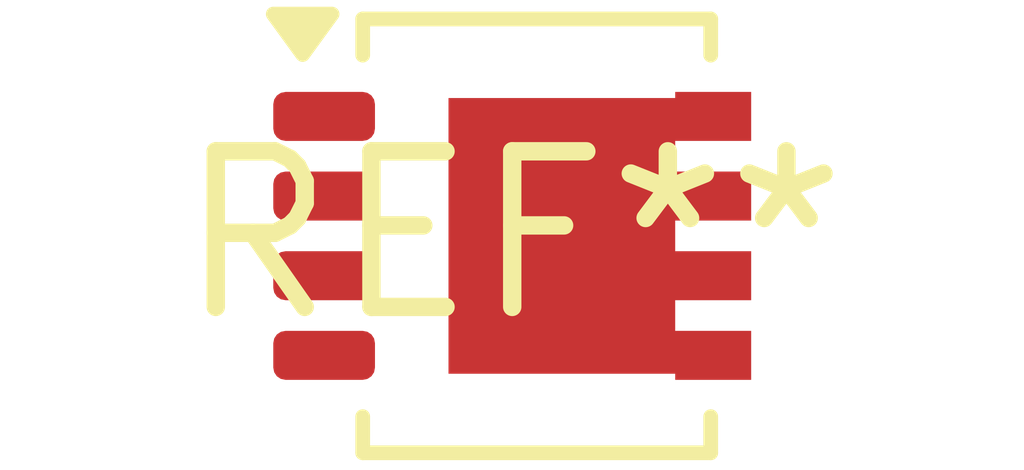
<source format=kicad_pcb>
(kicad_pcb (version 20240108) (generator pcbnew)
  (layers (0 "F.Cu" signal) (31 "B.Cu" signal) (34 "B.Paste" user) (35 "F.Paste" user) (36 "B.SilkS" user "B.Silkscreen") (37 "F.SilkS" user "F.Silkscreen") (38 "B.Mask" user) (39 "F.Mask" user) (44 "Edge.Cuts" user))
  (net 0 "")
  (footprint "LFPAK33" (layer "F.Cu") (at 0 0)
    (property "Reference" "REF**")
    (property "Value" "LFPAK33")
    (fp_line (start -1.22 -1.77) (end -1.22 -1.475) (layer "F.SilkS") (stroke (width 0.12)))
    (fp_line (start -1.22 1.475) (end -1.22 1.77) (layer "F.SilkS") (stroke (width 0.12)))
    (fp_line (start -1.22 1.77) (end 1.62 1.77) (layer "F.SilkS") (stroke (width 0.12)))
    (fp_line (start 1.62 -1.77) (end -1.22 -1.77) (layer "F.SilkS") (stroke (width 0.12)))
    (fp_line (start 1.62 -1.475) (end 1.62 -1.77) (layer "F.SilkS") (stroke (width 0.12)))
    (fp_line (start 1.62 1.77) (end 1.62 1.475) (layer "F.SilkS") (stroke (width 0.12)))
    (fp_poly (pts (xy -1.71 -1.48) (xy -1.47 -1.81) (xy -1.95 -1.81) (xy -1.71 -1.48)) (layer "F.SilkS") (stroke (width 0.12)) (fill solid))
    (pad "1" smd roundrect (at -1.535 -0.975) (size 0.83 0.4) (layers "F.Cu" "F.Mask"))
    (pad "2" smd roundrect (at -1.535 -0.325) (size 0.83 0.4) (layers "F.Cu" "F.Mask"))
    (pad "3" smd roundrect (at -1.535 0.325) (size 0.83 0.4) (layers "F.Cu" "F.Mask"))
    (pad "4" smd roundrect (at -1.535 0.975) (size 0.83 0.4) (layers "F.Cu" "F.Mask"))
    (pad "5" smd custom (at 0.405 0) (size 1.85 2.25) (layers "F.Cu" "F.Mask") (options (clearance outline) (anchor rect)) (primitives (gr_poly (pts (xy 1.545 -0.775) (xy 0.925 -0.775) (xy 0.925 -1.175) (xy 1.545 -1.175)) (width 0) (fill yes)) (gr_poly (pts (xy 1.545 -0.125) (xy 0.925 -0.125) (xy 0.925 -0.525) (xy 1.545 -0.525)) (width 0) (fill yes)) (gr_poly (pts (xy 1.545 0.525) (xy 0.925 0.525) (xy 0.925 0.125) (xy 1.545 0.125)) (width 0) (fill yes)) (gr_poly (pts (xy 1.545 1.175) (xy 0.925 1.175) (xy 0.925 0.775) (xy 1.545 0.775)) (width 0) (fill yes))))
  )
)
</source>
